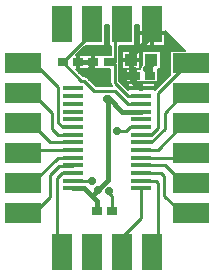
<source format=gtl>
G04 DipTrace 2.4.0.2*
%INPCA9685.gtl*%
%MOMM*%
%ADD10C,0.25*%
%ADD13C,0.4*%
%ADD14C,0.152*%
%ADD15C,0.33*%
%ADD16R,1.1X1.0*%
%ADD17R,0.9X0.7*%
%ADD18R,1.7X1.6*%
%ADD19R,1.7X2.032*%
%ADD20R,1.6X1.7*%
%ADD21R,2.032X1.7*%
%ADD22R,1.8X0.4*%
%ADD23C,0.711*%
%FSLAX53Y53*%
G04*
G71*
G90*
G75*
G01*
%LNTop*%
%LPD*%
X18452Y20795D2*
D10*
X19211D1*
X19559Y21143D1*
X20528D1*
X18070Y13986D2*
Y15276D1*
X17601Y15745D1*
X17797D1*
X16833Y15804D2*
D13*
X16325Y15297D1*
X15679Y15943D1*
X14728D1*
X20528Y22443D2*
X18901D1*
X17674Y23670D1*
Y16646D1*
X16833Y15804D1*
X17674Y23670D2*
X17645Y23527D1*
X21367Y26808D2*
Y26389D1*
D10*
X21042Y26064D1*
X16770Y13986D2*
D13*
Y14852D1*
X16325Y15297D1*
X21253Y25489D2*
Y26693D1*
X21367Y26808D1*
X14728Y21143D2*
D10*
X13855D1*
X13488Y21511D1*
Y24510D1*
X11479Y26518D1*
X10008D1*
X14728Y20493D2*
X13465D1*
X12976Y20981D1*
Y22305D1*
X11303Y23978D1*
X10008D1*
X14728Y19843D2*
X12813D1*
X11218Y21438D1*
X10008D1*
X14728Y19193D2*
X10303D1*
X10008Y18898D1*
X14728Y18543D2*
X13431D1*
X11246Y16358D1*
X10008D1*
Y13818D2*
X11454D1*
X12823Y15188D1*
Y17096D1*
X13575Y17848D1*
X14683D1*
X14728Y17893D1*
Y17243D2*
X13836D1*
X13407Y16814D1*
Y10419D1*
X13818Y10008D1*
X16340Y16586D2*
X14728D1*
Y16593D1*
X20528Y15943D2*
Y13443D1*
X18829Y11744D1*
Y10008D1*
X18898D1*
X20528Y16593D2*
X21737D1*
X21953Y16377D1*
Y10523D1*
X21438Y10008D1*
X20528Y17243D2*
X22214D1*
X22483Y16974D1*
Y15276D1*
X23941Y13818D1*
X25248D1*
X20528Y17893D2*
X22512D1*
X24047Y16358D1*
X25248D1*
X20528Y18543D2*
X24893D1*
X25248Y18898D1*
X20528Y19193D2*
X21906D1*
X24151Y21438D1*
X25248D1*
X23978D2*
X25248D1*
X20528Y19843D2*
X21371D1*
X22519Y20991D1*
Y22335D1*
X24162Y23978D1*
X25248D1*
X20528Y20493D2*
X21372D1*
X21916Y21037D1*
Y23989D1*
X24444Y26518D1*
X25248D1*
X16358Y30328D2*
X16565D1*
Y29306D1*
X13878Y26618D1*
X15435Y25061D1*
X15683D1*
X16541Y24203D1*
X18270D1*
X19361Y23112D1*
X20509D1*
X20528Y23093D1*
Y23743D2*
X19397D1*
X18256Y24883D1*
Y26443D1*
X18070Y26629D1*
X17753D1*
X18302D1*
Y29732D1*
X18898Y30328D1*
X20528Y24393D2*
D13*
X20401D1*
X19741Y25053D1*
Y25446D1*
X19667D1*
Y26808D1*
Y25775D1*
X19953Y25489D1*
X15178Y26618D2*
X16442D1*
X16453Y26629D1*
X16294Y25923D2*
Y26629D1*
X16453D1*
X19375Y25446D2*
X19667D1*
Y26808D2*
Y27178D1*
X21504Y29015D1*
Y30328D1*
X21438D1*
D23*
X18452Y20795D3*
X17797Y15745D3*
X21042Y26064D3*
X17645Y23527D3*
X16294Y25923D3*
X19375Y25446D3*
X16340Y16586D3*
X16833Y15804D3*
X17457Y29603D2*
D14*
X17799D1*
X19996D2*
X20338D1*
X17457Y29455D2*
X17799D1*
X19996D2*
X20338D1*
X17457Y29306D2*
X17799D1*
X19996D2*
X20338D1*
X17457Y29157D2*
X17799D1*
X19996D2*
X20338D1*
X22537D2*
X22641D1*
X17457Y29009D2*
X17799D1*
X19996D2*
X20338D1*
X22537D2*
X22792D1*
X17457Y28860D2*
X17799D1*
X19996D2*
X20338D1*
X22537D2*
X22939D1*
X17457Y28711D2*
X17799D1*
X19996D2*
X20338D1*
X22537D2*
X23089D1*
X17457Y28563D2*
X17799D1*
X19996D2*
X20338D1*
X22537D2*
X23238D1*
X17457Y28414D2*
X17799D1*
X19996D2*
X20338D1*
X22537D2*
X23385D1*
X17457Y28265D2*
X17799D1*
X19996D2*
X20338D1*
X22537D2*
X23535D1*
X17457Y28117D2*
X17799D1*
X19996D2*
X20338D1*
X22537D2*
X23682D1*
X15749Y27968D2*
X17928D1*
X18675D2*
X23832D1*
X15602Y27819D2*
X17928D1*
X18675D2*
X23982D1*
X15452Y27671D2*
X17928D1*
X18675D2*
X24129D1*
X15303Y27522D2*
X17928D1*
X18675D2*
X18868D1*
X20466D2*
X20569D1*
X22167D2*
X22930D1*
X15156Y27373D2*
X17928D1*
X18675D2*
X18868D1*
X20466D2*
X20569D1*
X22167D2*
X22930D1*
X15006Y27225D2*
X17928D1*
X18675D2*
X18868D1*
X20466D2*
X20569D1*
X22167D2*
X22930D1*
X18675Y27076D2*
X18868D1*
X20466D2*
X20569D1*
X22167D2*
X22930D1*
X18675Y26927D2*
X18868D1*
X20466D2*
X20569D1*
X22167D2*
X22930D1*
X18675Y26779D2*
X18868D1*
X20466D2*
X20569D1*
X22167D2*
X22930D1*
X18675Y26630D2*
X18868D1*
X20466D2*
X20569D1*
X22167D2*
X22930D1*
X18645Y26481D2*
X18868D1*
X20466D2*
X20569D1*
X22167D2*
X22930D1*
X18630Y26333D2*
X18868D1*
X22167D2*
X22930D1*
X18630Y26184D2*
X18868D1*
X22167D2*
X22930D1*
X15878Y26035D2*
X17883D1*
X18630D2*
X19253D1*
X21950D2*
X22930D1*
X15132Y25887D2*
X17883D1*
X18630D2*
X19253D1*
X21950D2*
X22930D1*
X15282Y25738D2*
X17883D1*
X18630D2*
X19253D1*
X21950D2*
X22930D1*
X15429Y25589D2*
X17883D1*
X18630D2*
X19253D1*
X21950D2*
X22930D1*
X15578Y25441D2*
X17883D1*
X18630D2*
X19253D1*
X21950D2*
X22844D1*
X15975Y25292D2*
X17883D1*
X18630D2*
X19253D1*
X21950D2*
X22697D1*
X16122Y25143D2*
X17883D1*
X18630D2*
X19253D1*
X21950D2*
X22547D1*
X16272Y24995D2*
X17883D1*
X18668D2*
X19253D1*
X21950D2*
X22397D1*
X16421Y24846D2*
X17885D1*
X18815D2*
X22250D1*
X16569Y24697D2*
X17935D1*
X18965D2*
X19379D1*
X21677D2*
X22101D1*
X19112Y24549D2*
X19379D1*
X21677D2*
X21953D1*
X19262Y24400D2*
X19379D1*
X21677D2*
X21804D1*
X18898Y27542D2*
X20451D1*
Y26073D1*
X18883D1*
Y27542D1*
X18898D1*
X20659D2*
X22151D1*
Y26073D1*
X21937D1*
Y24905D1*
X20569Y24907D1*
X20576Y24905D1*
X19268D1*
Y26073D1*
X20453D1*
X20465Y26187D1*
X20486Y26260D1*
X20515Y26330D1*
X20554Y26395D1*
X20584Y26434D1*
X20583Y26909D1*
Y27542D1*
X20659D1*
X22522Y29294D2*
Y28024D1*
X20354D1*
Y29752D1*
X19983D1*
X19982Y28024D1*
X18659D1*
X18662Y27680D1*
Y26629D1*
X18654Y26554D1*
X18629Y26480D1*
X18615Y26443D1*
X18618Y25030D1*
X19395Y24252D1*
X19394Y24506D1*
Y24827D1*
X21662D1*
Y24243D1*
X22943Y25525D1*
X22944Y27602D1*
X24211Y27604D1*
X22523Y29292D1*
X22520Y29078D1*
X17942Y28024D2*
X17814D1*
Y29751D1*
X17442Y29752D1*
Y28024D1*
X15791D1*
X14970Y27203D1*
X15770Y27202D1*
X15769Y27214D1*
X17945D1*
X17943Y27541D1*
Y28024D1*
X15862Y26046D2*
Y26034D1*
X14969D1*
X15587Y25420D1*
X15683D1*
X15758Y25412D1*
X15830Y25388D1*
X15888Y25356D1*
X15991Y25261D1*
X16693Y24562D1*
X18068Y24564D1*
X18002Y24629D1*
X17955Y24688D1*
X17920Y24756D1*
X17903Y24820D1*
X17897Y24959D1*
Y26045D1*
X17069D1*
X15861D1*
X19667Y27541D2*
D15*
Y26074D1*
X18883Y26808D2*
X20451D1*
X19953Y26073D2*
Y24905D1*
X19269Y25489D2*
X19953D1*
X21438Y29058D2*
Y28024D1*
X20354Y29058D2*
X22522D1*
X15178Y27202D2*
Y26035D1*
X16453Y27213D2*
Y26046D1*
X20528Y24827D2*
Y24393D1*
X19394D2*
X21662D1*
D16*
X19667Y26808D3*
X21367D3*
D17*
X19953Y25489D3*
X21253D3*
D18*
X21438Y29058D3*
X18898D3*
X16358D3*
X13818D3*
D19*
X21438Y30328D3*
X18898D3*
X16358D3*
X13818D3*
D18*
Y11278D3*
X16358D3*
X18898D3*
X21438D3*
D19*
X13818Y10008D3*
X16358D3*
X18898D3*
X21438D3*
D20*
X11278Y26518D3*
Y23978D3*
Y21438D3*
Y18898D3*
Y16358D3*
Y13818D3*
D21*
X10008Y26518D3*
Y23978D3*
Y21438D3*
Y18898D3*
Y16358D3*
Y13818D3*
D20*
X23978D3*
Y16358D3*
Y18898D3*
Y21438D3*
Y23978D3*
Y26518D3*
D21*
X25248Y13818D3*
Y16358D3*
Y18898D3*
Y21438D3*
Y23978D3*
Y26518D3*
D17*
X16770Y13986D3*
X18070D3*
X13878Y26618D3*
X15178D3*
X17753Y26629D3*
X16453D3*
D22*
X14728Y24393D3*
Y23743D3*
Y23093D3*
Y22443D3*
Y21793D3*
Y21143D3*
Y20493D3*
Y19843D3*
Y19193D3*
Y18543D3*
Y17893D3*
Y17243D3*
Y16593D3*
Y15943D3*
X20528D3*
Y16593D3*
Y17243D3*
Y17893D3*
Y18543D3*
Y19193D3*
Y19843D3*
Y20493D3*
Y21143D3*
Y21793D3*
Y22443D3*
Y23093D3*
Y23743D3*
Y24393D3*
M02*

</source>
